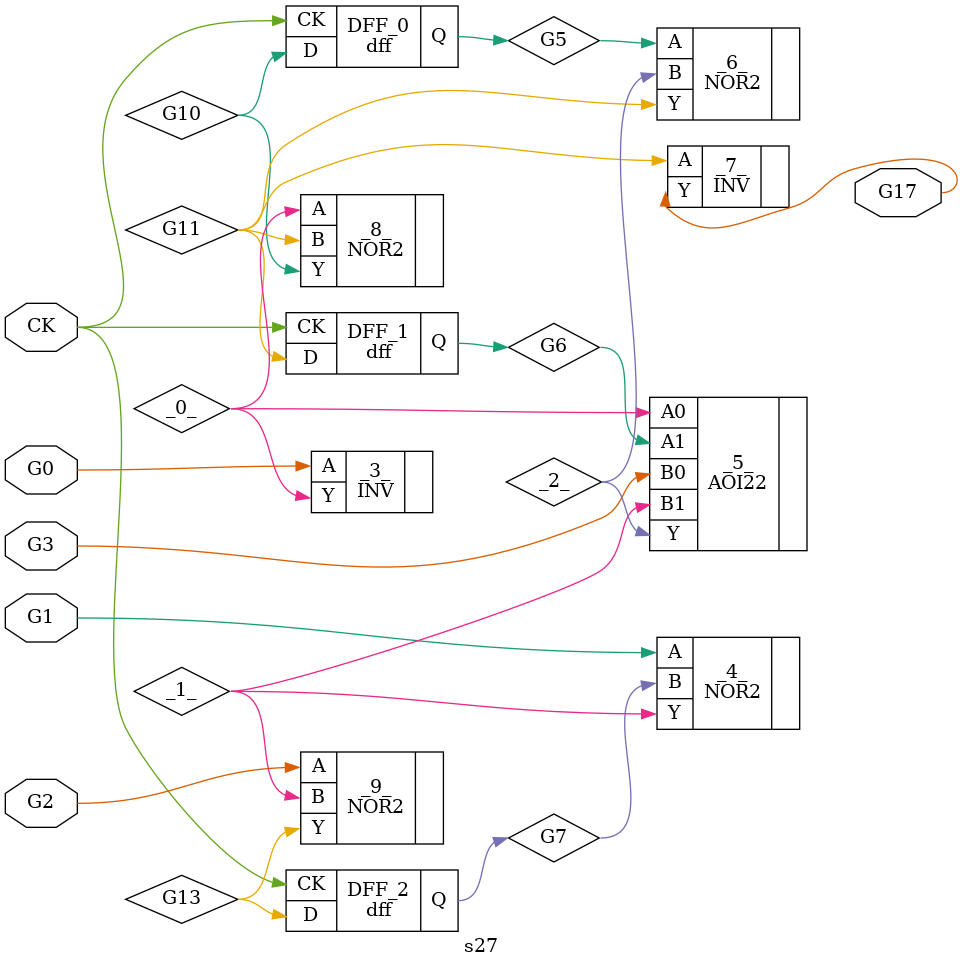
<source format=v>
/* Generated by Yosys 0.38+92 (git sha1 84116c9a3, x86_64-conda-linux-gnu-cc 11.2.0 -fvisibility-inlines-hidden -fmessage-length=0 -march=nocona -mtune=haswell -ftree-vectorize -fPIC -fstack-protector-strong -fno-plt -O2 -ffunction-sections -fdebug-prefix-map=/root/conda-eda/conda-eda/workdir/conda-env/conda-bld/yosys_1708682804602/work=/usr/local/src/conda/yosys-0.38_93_g84116c9a3 -fdebug-prefix-map=/content/conda-env=/usr/local/src/conda-prefix -fPIC -Os -fno-merge-constants) */

(* src = "/content/ISCAS89/s27.v:8.1-14.10" *)
module dff(CK, Q, D);
  (* src = "/content/ISCAS89/s27.v:9.7-9.9" *)
  input CK;
  wire CK;
  (* src = "/content/ISCAS89/s27.v:9.10-9.11" *)
  input D;
  wire D;
  (* src = "/content/ISCAS89/s27.v:10.8-10.9" *)
  output Q;
  wire Q;
  (* src = "/content/ISCAS89/s27.v:12.1-13.10" *)
  DFFR _0_ (
    .C(CK),
    .D(D),
    .Q(Q),
    .R(1'h0)
  );
endmodule

(* top =  1  *)
(* src = "/content/ISCAS89/s27.v:16.1-36.10" *)
module s27(CK, G0, G1, G17, G2, G3);
  wire _0_;
  wire _1_;
  wire _2_;
  (* src = "/content/ISCAS89/s27.v:17.7-17.9" *)
  input CK;
  wire CK;
  (* src = "/content/ISCAS89/s27.v:17.10-17.12" *)
  input G0;
  wire G0;
  (* src = "/content/ISCAS89/s27.v:17.13-17.15" *)
  input G1;
  wire G1;
  (* src = "/content/ISCAS89/s27.v:20.11-20.14" *)
  wire G10;
  (* src = "/content/ISCAS89/s27.v:20.18-20.21" *)
  wire G11;
  (* src = "/content/ISCAS89/s27.v:20.25-20.28" *)
  wire G13;
  (* src = "/content/ISCAS89/s27.v:18.8-18.11" *)
  output G17;
  wire G17;
  (* src = "/content/ISCAS89/s27.v:17.16-17.18" *)
  input G2;
  wire G2;
  (* src = "/content/ISCAS89/s27.v:17.19-17.21" *)
  input G3;
  wire G3;
  (* src = "/content/ISCAS89/s27.v:20.8-20.10" *)
  wire G5;
  (* src = "/content/ISCAS89/s27.v:20.15-20.17" *)
  wire G6;
  (* src = "/content/ISCAS89/s27.v:20.22-20.24" *)
  wire G7;
  INV _3_ (
    .A(G0),
    .Y(_0_)
  );
  NOR2 _4_ (
    .A(G1),
    .B(G7),
    .Y(_1_)
  );
  AOI22 _5_ (
    .A0(_0_),
    .A1(G6),
    .B0(G3),
    .B1(_1_),
    .Y(_2_)
  );
  NOR2 _6_ (
    .A(G5),
    .B(_2_),
    .Y(G11)
  );
  INV _7_ (
    .A(G11),
    .Y(G17)
  );
  NOR2 _8_ (
    .A(_0_),
    .B(G11),
    .Y(G10)
  );
  NOR2 _9_ (
    .A(G2),
    .B(_1_),
    .Y(G13)
  );
  (* module_not_derived = 32'd1 *)
  (* src = "/content/ISCAS89/s27.v:22.7-22.23" *)
  dff DFF_0 (
    .CK(CK),
    .D(G10),
    .Q(G5)
  );
  (* module_not_derived = 32'd1 *)
  (* src = "/content/ISCAS89/s27.v:23.7-23.23" *)
  dff DFF_1 (
    .CK(CK),
    .D(G11),
    .Q(G6)
  );
  (* module_not_derived = 32'd1 *)
  (* src = "/content/ISCAS89/s27.v:24.7-24.23" *)
  dff DFF_2 (
    .CK(CK),
    .D(G13),
    .Q(G7)
  );
endmodule

</source>
